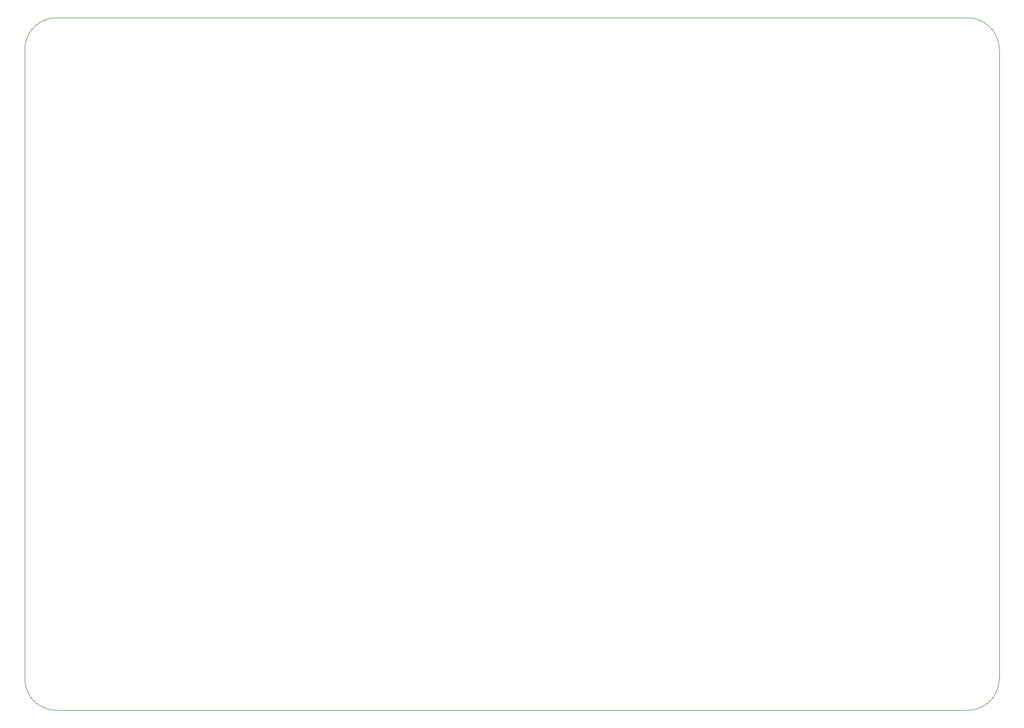
<source format=gbr>
%TF.GenerationSoftware,KiCad,Pcbnew,(7.0.0)*%
%TF.CreationDate,2023-10-30T10:33:22+00:00*%
%TF.ProjectId,euro-project-sensors-pcb,6575726f-2d70-4726-9f6a-6563742d7365,rev?*%
%TF.SameCoordinates,Original*%
%TF.FileFunction,Profile,NP*%
%FSLAX46Y46*%
G04 Gerber Fmt 4.6, Leading zero omitted, Abs format (unit mm)*
G04 Created by KiCad (PCBNEW (7.0.0)) date 2023-10-30 10:33:22*
%MOMM*%
%LPD*%
G01*
G04 APERTURE LIST*
%TA.AperFunction,Profile*%
%ADD10C,0.100000*%
%TD*%
G04 APERTURE END LIST*
D10*
X218520000Y-149860000D02*
G75*
G03*
X223520000Y-144860000I0J5000000D01*
G01*
X69850000Y-144860000D02*
G75*
G03*
X74850000Y-149860000I5000000J0D01*
G01*
X218520000Y-149860000D02*
X74850000Y-149860000D01*
X74850000Y-40640000D02*
G75*
G03*
X69850000Y-45640000I0J-5000000D01*
G01*
X223520000Y-45640000D02*
X223520000Y-144860000D01*
X69850000Y-144860000D02*
X69850000Y-45640000D01*
X74850000Y-40640000D02*
X218520000Y-40640000D01*
X223520000Y-45640000D02*
G75*
G03*
X218520000Y-40640000I-5000000J0D01*
G01*
M02*

</source>
